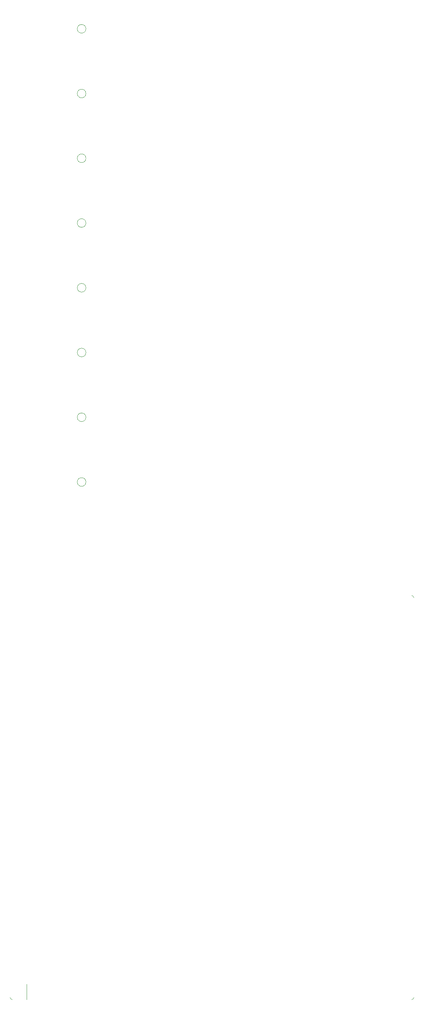
<source format=gm1>
G04*
G04 #@! TF.GenerationSoftware,Altium Limited,Altium Designer,20.1.14 (287)*
G04*
G04 Layer_Color=10022647*
%FSLAX25Y25*%
%MOIN*%
G70*
G04*
G04 #@! TF.SameCoordinates,0DD39981-5369-47EA-9149-94963EAFD3A8*
G04*
G04*
G04 #@! TF.FilePolarity,Positive*
G04*
G01*
G75*
%ADD13C,0.00050*%
%ADD18C,0.00394*%
D13*
X182271Y-407879D02*
G03*
X184239Y-405911I0J1969D01*
G01*
Y-41344D02*
G03*
X182271Y-39375I-1969J0D01*
G01*
X-184265Y-405911D02*
G03*
X-182296Y-407879I1969J0D01*
G01*
X-169304Y-407879D02*
Y-393871D01*
D18*
X-115078Y64213D02*
G03*
X-115078Y64213I-3937J0D01*
G01*
X-115078Y241378D02*
G03*
X-115078Y241378I-3937J0D01*
G01*
X-115078Y300433D02*
G03*
X-115078Y300433I-3937J0D01*
G01*
X-115079Y359486D02*
G03*
X-115079Y359486I-3937J0D01*
G01*
Y418541D02*
G03*
X-115079Y418541I-3937J0D01*
G01*
Y477596D02*
G03*
X-115079Y477596I-3937J0D01*
G01*
X-115079Y182322D02*
G03*
X-115079Y182322I-3937J0D01*
G01*
X-115078Y123268D02*
G03*
X-115078Y123268I-3937J0D01*
G01*
M02*

</source>
